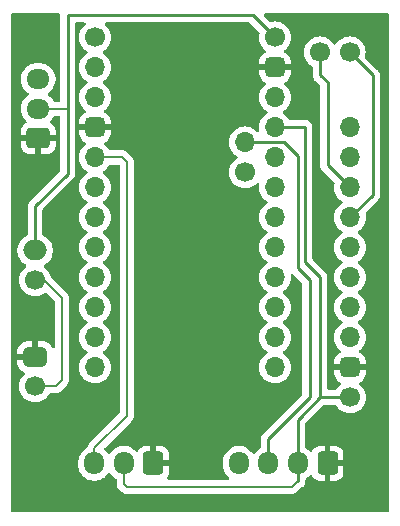
<source format=gbr>
%TF.GenerationSoftware,KiCad,Pcbnew,8.0.8*%
%TF.CreationDate,2025-02-07T21:56:42-07:00*%
%TF.ProjectId,Nitrox_Board,4e697472-6f78-45f4-926f-6172642e6b69,rev?*%
%TF.SameCoordinates,Original*%
%TF.FileFunction,Copper,L1,Top*%
%TF.FilePolarity,Positive*%
%FSLAX46Y46*%
G04 Gerber Fmt 4.6, Leading zero omitted, Abs format (unit mm)*
G04 Created by KiCad (PCBNEW 8.0.8) date 2025-02-07 21:56:42*
%MOMM*%
%LPD*%
G01*
G04 APERTURE LIST*
G04 Aperture macros list*
%AMRoundRect*
0 Rectangle with rounded corners*
0 $1 Rounding radius*
0 $2 $3 $4 $5 $6 $7 $8 $9 X,Y pos of 4 corners*
0 Add a 4 corners polygon primitive as box body*
4,1,4,$2,$3,$4,$5,$6,$7,$8,$9,$2,$3,0*
0 Add four circle primitives for the rounded corners*
1,1,$1+$1,$2,$3*
1,1,$1+$1,$4,$5*
1,1,$1+$1,$6,$7*
1,1,$1+$1,$8,$9*
0 Add four rect primitives between the rounded corners*
20,1,$1+$1,$2,$3,$4,$5,0*
20,1,$1+$1,$4,$5,$6,$7,0*
20,1,$1+$1,$6,$7,$8,$9,0*
20,1,$1+$1,$8,$9,$2,$3,0*%
G04 Aperture macros list end*
%TA.AperFunction,ComponentPad*%
%ADD10RoundRect,0.250000X0.600000X0.725000X-0.600000X0.725000X-0.600000X-0.725000X0.600000X-0.725000X0*%
%TD*%
%TA.AperFunction,ComponentPad*%
%ADD11O,1.700000X1.950000*%
%TD*%
%TA.AperFunction,ComponentPad*%
%ADD12C,1.700000*%
%TD*%
%TA.AperFunction,ComponentPad*%
%ADD13O,1.700000X1.700000*%
%TD*%
%TA.AperFunction,ComponentPad*%
%ADD14RoundRect,0.425000X-0.425000X-0.425000X0.425000X-0.425000X0.425000X0.425000X-0.425000X0.425000X0*%
%TD*%
%TA.AperFunction,ComponentPad*%
%ADD15O,2.000000X1.700000*%
%TD*%
%TA.AperFunction,ComponentPad*%
%ADD16RoundRect,0.425000X0.575000X-0.425000X0.575000X0.425000X-0.575000X0.425000X-0.575000X-0.425000X0*%
%TD*%
%TA.AperFunction,ComponentPad*%
%ADD17RoundRect,0.250000X0.725000X-0.600000X0.725000X0.600000X-0.725000X0.600000X-0.725000X-0.600000X0*%
%TD*%
%TA.AperFunction,ComponentPad*%
%ADD18O,1.950000X1.700000*%
%TD*%
%TA.AperFunction,Conductor*%
%ADD19C,0.250000*%
%TD*%
%TA.AperFunction,Conductor*%
%ADD20C,0.200000*%
%TD*%
G04 APERTURE END LIST*
D10*
%TO.P,DISP1,1,Pin_1*%
%TO.N,GND*%
X167000000Y-97025000D03*
D11*
%TO.P,DISP1,2,Pin_2*%
%TO.N,VCC*%
X164500000Y-97025000D03*
%TO.P,DISP1,3,Pin_3*%
%TO.N,SCL*%
X162000000Y-97025000D03*
%TO.P,DISP1,4,Pin_4*%
%TO.N,SDA*%
X159500000Y-97025000D03*
%TD*%
D12*
%TO.P,i2c,1,Pin_1*%
%TO.N,SDA*%
X160020000Y-72390000D03*
D13*
%TO.P,i2c,2,Pin_2*%
%TO.N,SCL*%
X160020000Y-69850000D03*
%TD*%
D12*
%TO.P,Pro Mini,1,Pin_1*%
%TO.N,unconnected-(ProMini1-Pin_1-Pad1)*%
X147320000Y-60960000D03*
D13*
%TO.P,Pro Mini,2,Pin_2*%
%TO.N,unconnected-(ProMini1-Pin_2-Pad2)*%
X147320000Y-63500000D03*
%TO.P,Pro Mini,3,Pin_3*%
%TO.N,unconnected-(ProMini1-Pin_3-Pad3)*%
X147320000Y-66040000D03*
D14*
%TO.P,Pro Mini,4,Pin_4*%
%TO.N,GND*%
X147320000Y-68580000D03*
D13*
%TO.P,Pro Mini,5,Pin_5*%
%TO.N,Net-(Button1-Pin_1)*%
X147320000Y-71120000D03*
%TO.P,Pro Mini,6,Pin_6*%
%TO.N,unconnected-(ProMini1-Pin_6-Pad6)*%
X147320000Y-73660000D03*
%TO.P,Pro Mini,7,Pin_7*%
%TO.N,unconnected-(ProMini1-Pin_7-Pad7)*%
X147320000Y-76200000D03*
%TO.P,Pro Mini,8,Pin_8*%
%TO.N,unconnected-(ProMini1-Pin_8-Pad8)*%
X147320000Y-78740000D03*
%TO.P,Pro Mini,9,Pin_9*%
%TO.N,unconnected-(ProMini1-Pin_9-Pad9)*%
X147320000Y-81280000D03*
%TO.P,Pro Mini,10,Pin_10*%
%TO.N,unconnected-(ProMini1-Pin_10-Pad10)*%
X147320000Y-83820000D03*
%TO.P,Pro Mini,11,Pin_11*%
%TO.N,unconnected-(ProMini1-Pin_11-Pad11)*%
X147320000Y-86360000D03*
%TO.P,Pro Mini,12,Pin_12*%
%TO.N,unconnected-(ProMini1-Pin_12-Pad12)*%
X147320000Y-88900000D03*
%TD*%
D12*
%TO.P,SWTCH1,1,Pin_1*%
%TO.N,Net-(BAT1-Pin_1)*%
X142240000Y-81500000D03*
D15*
%TO.P,SWTCH1,2,Pin_2*%
%TO.N,Net-(ProMini2-Pin_1)*%
X142240000Y-79000000D03*
%TD*%
D10*
%TO.P,Button1,1,Pin_1*%
%TO.N,GND*%
X152250000Y-97025000D03*
D11*
%TO.P,Button1,2,Pin_2*%
%TO.N,VCC*%
X149750000Y-97025000D03*
%TO.P,Button1,3,Pin_3*%
%TO.N,Net-(Button1-Pin_1)*%
X147250000Y-97025000D03*
%TD*%
D12*
%TO.P,BAT1,1,Pin_1*%
%TO.N,Net-(BAT1-Pin_1)*%
X142240000Y-90500000D03*
D16*
%TO.P,BAT1,2,Pin_2*%
%TO.N,GND*%
X142240000Y-88000000D03*
%TD*%
D17*
%TO.P,COSENS,1,Pin_1*%
%TO.N,GND*%
X142500000Y-69500000D03*
D18*
%TO.P,COSENS,2,Pin_2*%
%TO.N,Net-(ProMini2-Pin_1)*%
X142500000Y-67000000D03*
%TO.P,COSENS,3,Pin_3*%
%TO.N,unconnected-(ADS1115-Pin_9-Pad9)*%
X142500000Y-64500000D03*
%TD*%
D12*
%TO.P,ProMini2,1,Pin_1*%
%TO.N,Net-(ProMini2-Pin_1)*%
X162560000Y-60960000D03*
D14*
%TO.P,ProMini2,2,Pin_2*%
%TO.N,GND*%
X162560000Y-63500000D03*
D13*
%TO.P,ProMini2,3,Pin_3*%
%TO.N,unconnected-(ProMini2-Pin_3-Pad3)*%
X162560000Y-66040000D03*
%TO.P,ProMini2,4,Pin_4*%
%TO.N,VCC*%
X162560000Y-68580000D03*
%TO.P,ProMini2,5,Pin_5*%
%TO.N,unconnected-(ProMini2-Pin_5-Pad5)*%
X162560000Y-71120000D03*
%TO.P,ProMini2,6,Pin_6*%
%TO.N,unconnected-(ProMini2-Pin_6-Pad6)*%
X162560000Y-73660000D03*
%TO.P,ProMini2,7,Pin_7*%
%TO.N,unconnected-(ProMini2-Pin_7-Pad7)*%
X162560000Y-76200000D03*
%TO.P,ProMini2,8,Pin_8*%
%TO.N,unconnected-(ProMini2-Pin_8-Pad8)*%
X162560000Y-78740000D03*
%TO.P,ProMini2,9,Pin_9*%
%TO.N,unconnected-(ProMini2-Pin_9-Pad9)*%
X162560000Y-81280000D03*
%TO.P,ProMini2,10,Pin_10*%
%TO.N,unconnected-(ProMini2-Pin_10-Pad10)*%
X162560000Y-83820000D03*
%TO.P,ProMini2,11,Pin_11*%
%TO.N,unconnected-(ProMini2-Pin_11-Pad11)*%
X162560000Y-86360000D03*
%TO.P,ProMini2,12,Pin_12*%
%TO.N,unconnected-(ProMini2-Pin_12-Pad12)*%
X162560000Y-88900000D03*
%TD*%
D12*
%TO.P,O2 Sensor,1,Pin_1*%
%TO.N,Net-(ADS1115-Pin_7)*%
X168870000Y-62230000D03*
%TO.P,O2 Sensor,2,Pin_2*%
%TO.N,Net-(ADS1115-Pin_8)*%
X166370000Y-62230000D03*
%TD*%
%TO.P,ADS1115,1,Pin_1*%
%TO.N,VCC*%
X168910000Y-91440000D03*
D14*
%TO.P,ADS1115,2,Pin_2*%
%TO.N,GND*%
X168910000Y-88900000D03*
D13*
%TO.P,ADS1115,3,Pin_3*%
%TO.N,SCL*%
X168910000Y-86360000D03*
%TO.P,ADS1115,4,Pin_4*%
%TO.N,SDA*%
X168910000Y-83820000D03*
%TO.P,ADS1115,5,Pin_5*%
%TO.N,unconnected-(ADS1115-Pin_5-Pad5)*%
X168910000Y-81280000D03*
%TO.P,ADS1115,6,Pin_6*%
%TO.N,unconnected-(ADS1115-Pin_6-Pad6)*%
X168910000Y-78740000D03*
%TO.P,ADS1115,7,Pin_7*%
%TO.N,Net-(ADS1115-Pin_7)*%
X168910000Y-76200000D03*
%TO.P,ADS1115,8,Pin_8*%
%TO.N,Net-(ADS1115-Pin_8)*%
X168910000Y-73660000D03*
%TO.P,ADS1115,9,Pin_9*%
%TO.N,unconnected-(ADS1115-Pin_9-Pad9)*%
X168910000Y-71120000D03*
%TO.P,ADS1115,10,Pin_10*%
%TO.N,unconnected-(ADS1115-Pin_10-Pad10)*%
X168910000Y-68580000D03*
%TD*%
D19*
%TO.N,VCC*%
X166370000Y-81280000D02*
X166370000Y-91440000D01*
D20*
X150000000Y-99000000D02*
X164000000Y-99000000D01*
D19*
X162560000Y-68580000D02*
X165100000Y-68580000D01*
D20*
X149750000Y-96525000D02*
X149750000Y-98750000D01*
D19*
X164500000Y-96500000D02*
X164500000Y-98500000D01*
X168910000Y-91440000D02*
X166370000Y-91440000D01*
X165100000Y-68580000D02*
X165100000Y-80010000D01*
X166370000Y-91440000D02*
X164655000Y-93155000D01*
X165100000Y-80010000D02*
X166370000Y-81280000D01*
D20*
X149750000Y-98750000D02*
X150000000Y-99000000D01*
X164000000Y-99000000D02*
X164500000Y-98500000D01*
D19*
X164655000Y-93155000D02*
X164500000Y-93310000D01*
X164500000Y-93310000D02*
X164500000Y-96500000D01*
%TO.N,SCL*%
X163350000Y-69850000D02*
X164500000Y-71000000D01*
X164500000Y-80500000D02*
X165500000Y-81500000D01*
X160020000Y-69850000D02*
X163350000Y-69850000D01*
X164500000Y-71000000D02*
X164500000Y-80500000D01*
X162000000Y-94920000D02*
X162000000Y-97025000D01*
X165500000Y-91420000D02*
X162000000Y-94920000D01*
X165500000Y-81500000D02*
X165500000Y-91420000D01*
%TO.N,Net-(ADS1115-Pin_7)*%
X170815000Y-74295000D02*
X170815000Y-64175000D01*
X170815000Y-64175000D02*
X168870000Y-62230000D01*
X168910000Y-76200000D02*
X170815000Y-74295000D01*
%TO.N,Net-(ADS1115-Pin_8)*%
X166370000Y-64135000D02*
X167005000Y-64770000D01*
X167005000Y-64770000D02*
X167005000Y-71755000D01*
X166370000Y-62230000D02*
X166370000Y-64135000D01*
X168910000Y-73660000D02*
X167005000Y-71755000D01*
D20*
%TO.N,Net-(BAT1-Pin_1)*%
X144000000Y-90500000D02*
X144500000Y-90000000D01*
X143000000Y-81500000D02*
X142240000Y-81500000D01*
X144500000Y-83000000D02*
X143000000Y-81500000D01*
X144500000Y-90000000D02*
X144500000Y-83000000D01*
X142240000Y-90500000D02*
X144000000Y-90500000D01*
%TO.N,Net-(Button1-Pin_1)*%
X150000000Y-71500000D02*
X149620000Y-71120000D01*
X150000000Y-93000000D02*
X150000000Y-71500000D01*
X149620000Y-71120000D02*
X147320000Y-71120000D01*
X147250000Y-95750000D02*
X150000000Y-93000000D01*
X147250000Y-96525000D02*
X147250000Y-95750000D01*
D19*
%TO.N,Net-(ProMini2-Pin_1)*%
X145000000Y-72500000D02*
X142240000Y-75260000D01*
D20*
X142500000Y-67000000D02*
X145000000Y-67000000D01*
D19*
X162560000Y-60960000D02*
X160655000Y-59055000D01*
X160655000Y-59055000D02*
X145000000Y-59055000D01*
X145000000Y-67000000D02*
X145000000Y-72500000D01*
X142240000Y-75260000D02*
X142240000Y-79000000D01*
X145000000Y-59055000D02*
X145000000Y-67000000D01*
%TD*%
%TA.AperFunction,Conductor*%
%TO.N,GND*%
G36*
X144317539Y-58940185D02*
G01*
X144363294Y-58992989D01*
X144374500Y-59044500D01*
X144374500Y-66275500D01*
X144354815Y-66342539D01*
X144302011Y-66388294D01*
X144250500Y-66399500D01*
X143910719Y-66399500D01*
X143843680Y-66379815D01*
X143800235Y-66331795D01*
X143780052Y-66292185D01*
X143780051Y-66292184D01*
X143655109Y-66120213D01*
X143504792Y-65969896D01*
X143504784Y-65969890D01*
X143340204Y-65850316D01*
X143297540Y-65794989D01*
X143291561Y-65725376D01*
X143324166Y-65663580D01*
X143340199Y-65649686D01*
X143504792Y-65530104D01*
X143655104Y-65379792D01*
X143655106Y-65379788D01*
X143655109Y-65379786D01*
X143780048Y-65207820D01*
X143780047Y-65207820D01*
X143780051Y-65207816D01*
X143876557Y-65018412D01*
X143942246Y-64816243D01*
X143975500Y-64606287D01*
X143975500Y-64393713D01*
X143942246Y-64183757D01*
X143876557Y-63981588D01*
X143780051Y-63792184D01*
X143780049Y-63792181D01*
X143780048Y-63792179D01*
X143655109Y-63620213D01*
X143504786Y-63469890D01*
X143332820Y-63344951D01*
X143143414Y-63248444D01*
X143143413Y-63248443D01*
X143143412Y-63248443D01*
X142941243Y-63182754D01*
X142941241Y-63182753D01*
X142941240Y-63182753D01*
X142779957Y-63157208D01*
X142731287Y-63149500D01*
X142268713Y-63149500D01*
X142220042Y-63157208D01*
X142058760Y-63182753D01*
X141856585Y-63248444D01*
X141667179Y-63344951D01*
X141495213Y-63469890D01*
X141344890Y-63620213D01*
X141219951Y-63792179D01*
X141123444Y-63981585D01*
X141123443Y-63981587D01*
X141123443Y-63981588D01*
X141120793Y-63989743D01*
X141057753Y-64183760D01*
X141024500Y-64393713D01*
X141024500Y-64606286D01*
X141049811Y-64766097D01*
X141057754Y-64816243D01*
X141117950Y-65001507D01*
X141123444Y-65018414D01*
X141219951Y-65207820D01*
X141344890Y-65379786D01*
X141495209Y-65530105D01*
X141495214Y-65530109D01*
X141659793Y-65649682D01*
X141702459Y-65705011D01*
X141708438Y-65774625D01*
X141675833Y-65836420D01*
X141659793Y-65850318D01*
X141495214Y-65969890D01*
X141495209Y-65969894D01*
X141344890Y-66120213D01*
X141219951Y-66292179D01*
X141123444Y-66481585D01*
X141057753Y-66683760D01*
X141024500Y-66893713D01*
X141024500Y-67106286D01*
X141056146Y-67306094D01*
X141057754Y-67316243D01*
X141088729Y-67411575D01*
X141123444Y-67518414D01*
X141219951Y-67707820D01*
X141344890Y-67879786D01*
X141484068Y-68018964D01*
X141517553Y-68080287D01*
X141512569Y-68149979D01*
X141470697Y-68205912D01*
X141461484Y-68212183D01*
X141306659Y-68307680D01*
X141306655Y-68307683D01*
X141182684Y-68431654D01*
X141090643Y-68580875D01*
X141090641Y-68580880D01*
X141035494Y-68747302D01*
X141035493Y-68747309D01*
X141025000Y-68850013D01*
X141025000Y-69250000D01*
X142095854Y-69250000D01*
X142057370Y-69316657D01*
X142025000Y-69437465D01*
X142025000Y-69562535D01*
X142057370Y-69683343D01*
X142095854Y-69750000D01*
X141025001Y-69750000D01*
X141025001Y-70149986D01*
X141035494Y-70252697D01*
X141090641Y-70419119D01*
X141090643Y-70419124D01*
X141182684Y-70568345D01*
X141306654Y-70692315D01*
X141455875Y-70784356D01*
X141455880Y-70784358D01*
X141622302Y-70839505D01*
X141622309Y-70839506D01*
X141725019Y-70849999D01*
X142249999Y-70849999D01*
X142250000Y-70849998D01*
X142250000Y-69904145D01*
X142316657Y-69942630D01*
X142437465Y-69975000D01*
X142562535Y-69975000D01*
X142683343Y-69942630D01*
X142750000Y-69904145D01*
X142750000Y-70849999D01*
X143274972Y-70849999D01*
X143274986Y-70849998D01*
X143377697Y-70839505D01*
X143544119Y-70784358D01*
X143544124Y-70784356D01*
X143693345Y-70692315D01*
X143817315Y-70568345D01*
X143909356Y-70419124D01*
X143909358Y-70419119D01*
X143964505Y-70252697D01*
X143964506Y-70252690D01*
X143974999Y-70149986D01*
X143975000Y-70149973D01*
X143975000Y-69750000D01*
X142904146Y-69750000D01*
X142942630Y-69683343D01*
X142975000Y-69562535D01*
X142975000Y-69437465D01*
X142942630Y-69316657D01*
X142904146Y-69250000D01*
X143974999Y-69250000D01*
X143974999Y-68850028D01*
X143974998Y-68850013D01*
X143964505Y-68747302D01*
X143909358Y-68580880D01*
X143909356Y-68580875D01*
X143817315Y-68431654D01*
X143693345Y-68307684D01*
X143538515Y-68212184D01*
X143491791Y-68160236D01*
X143480568Y-68091273D01*
X143508412Y-68027191D01*
X143515909Y-68018986D01*
X143655104Y-67879792D01*
X143780051Y-67707816D01*
X143780349Y-67707230D01*
X143800235Y-67668205D01*
X143848209Y-67617409D01*
X143910719Y-67600500D01*
X144250500Y-67600500D01*
X144317539Y-67620185D01*
X144363294Y-67672989D01*
X144374500Y-67724500D01*
X144374500Y-72189547D01*
X144354815Y-72256586D01*
X144338181Y-72277228D01*
X141841269Y-74774140D01*
X141841267Y-74774142D01*
X141797705Y-74817703D01*
X141754144Y-74861264D01*
X141730624Y-74896465D01*
X141730623Y-74896465D01*
X141685690Y-74963709D01*
X141685685Y-74963718D01*
X141659903Y-75025965D01*
X141652347Y-75044207D01*
X141646823Y-75057543D01*
X141638537Y-75077545D01*
X141638535Y-75077553D01*
X141614500Y-75198389D01*
X141614500Y-77650591D01*
X141594815Y-77717630D01*
X141546795Y-77761075D01*
X141481914Y-77794133D01*
X141382179Y-77844951D01*
X141210213Y-77969890D01*
X141059890Y-78120213D01*
X140934951Y-78292179D01*
X140838444Y-78481585D01*
X140772753Y-78683760D01*
X140763846Y-78739999D01*
X140739500Y-78893713D01*
X140739500Y-79106287D01*
X140772754Y-79316243D01*
X140831081Y-79495755D01*
X140838444Y-79518414D01*
X140934951Y-79707820D01*
X141059890Y-79879786D01*
X141210213Y-80030109D01*
X141382179Y-80155048D01*
X141382181Y-80155049D01*
X141382184Y-80155051D01*
X141443765Y-80186428D01*
X141443767Y-80186429D01*
X141494563Y-80234404D01*
X141511358Y-80302225D01*
X141488821Y-80368360D01*
X141458595Y-80398489D01*
X141368597Y-80461505D01*
X141201505Y-80628597D01*
X141065965Y-80822169D01*
X141065964Y-80822171D01*
X140966098Y-81036335D01*
X140966094Y-81036344D01*
X140904938Y-81264586D01*
X140904936Y-81264596D01*
X140884341Y-81499999D01*
X140884341Y-81500000D01*
X140904936Y-81735403D01*
X140904938Y-81735413D01*
X140966094Y-81963655D01*
X140966096Y-81963659D01*
X140966097Y-81963663D01*
X141053638Y-82151395D01*
X141065965Y-82177830D01*
X141065967Y-82177834D01*
X141164458Y-82318493D01*
X141201505Y-82371401D01*
X141368599Y-82538495D01*
X141408036Y-82566109D01*
X141562165Y-82674032D01*
X141562167Y-82674033D01*
X141562170Y-82674035D01*
X141776337Y-82773903D01*
X142004592Y-82835063D01*
X142192918Y-82851539D01*
X142239999Y-82855659D01*
X142240000Y-82855659D01*
X142240001Y-82855659D01*
X142279234Y-82852226D01*
X142475408Y-82835063D01*
X142703663Y-82773903D01*
X142917830Y-82674035D01*
X143071965Y-82566108D01*
X143138169Y-82543782D01*
X143205937Y-82560792D01*
X143230768Y-82580003D01*
X143863181Y-83212416D01*
X143896666Y-83273739D01*
X143899500Y-83300097D01*
X143899500Y-87149467D01*
X143879815Y-87216506D01*
X143827011Y-87262261D01*
X143757853Y-87272205D01*
X143694297Y-87243180D01*
X143665015Y-87205762D01*
X143595042Y-87068432D01*
X143472675Y-86917324D01*
X143321567Y-86794957D01*
X143148315Y-86706682D01*
X142960497Y-86656355D01*
X142879743Y-86650000D01*
X142490000Y-86650000D01*
X142490000Y-87566988D01*
X142432993Y-87534075D01*
X142305826Y-87500000D01*
X142174174Y-87500000D01*
X142047007Y-87534075D01*
X141990000Y-87566988D01*
X141990000Y-86650000D01*
X141600256Y-86650000D01*
X141519502Y-86656355D01*
X141331684Y-86706682D01*
X141158432Y-86794957D01*
X141007324Y-86917324D01*
X140884957Y-87068432D01*
X140796682Y-87241684D01*
X140746355Y-87429502D01*
X140740000Y-87510256D01*
X140740000Y-87750000D01*
X141806988Y-87750000D01*
X141774075Y-87807007D01*
X141740000Y-87934174D01*
X141740000Y-88065826D01*
X141774075Y-88192993D01*
X141806988Y-88250000D01*
X140740000Y-88250000D01*
X140740000Y-88489743D01*
X140746355Y-88570497D01*
X140796682Y-88758315D01*
X140884957Y-88931567D01*
X141007324Y-89082675D01*
X141158432Y-89205042D01*
X141315486Y-89285065D01*
X141366282Y-89333039D01*
X141383077Y-89400860D01*
X141360540Y-89466995D01*
X141346872Y-89483231D01*
X141201505Y-89628597D01*
X141065965Y-89822169D01*
X141065964Y-89822171D01*
X140966098Y-90036335D01*
X140966094Y-90036344D01*
X140904938Y-90264586D01*
X140904936Y-90264596D01*
X140884341Y-90499999D01*
X140884341Y-90500000D01*
X140904936Y-90735403D01*
X140904938Y-90735413D01*
X140966094Y-90963655D01*
X140966096Y-90963659D01*
X140966097Y-90963663D01*
X141029906Y-91100501D01*
X141065965Y-91177830D01*
X141065967Y-91177834D01*
X141174281Y-91332521D01*
X141201505Y-91371401D01*
X141368599Y-91538495D01*
X141465384Y-91606265D01*
X141562165Y-91674032D01*
X141562167Y-91674033D01*
X141562170Y-91674035D01*
X141776337Y-91773903D01*
X142004592Y-91835063D01*
X142192918Y-91851539D01*
X142239999Y-91855659D01*
X142240000Y-91855659D01*
X142240001Y-91855659D01*
X142279234Y-91852226D01*
X142475408Y-91835063D01*
X142703663Y-91773903D01*
X142917830Y-91674035D01*
X143111401Y-91538495D01*
X143278495Y-91371401D01*
X143414035Y-91177830D01*
X143416707Y-91172097D01*
X143462878Y-91119658D01*
X143529091Y-91100500D01*
X143913331Y-91100500D01*
X143913347Y-91100501D01*
X143920943Y-91100501D01*
X144079054Y-91100501D01*
X144079057Y-91100501D01*
X144231785Y-91059577D01*
X144298139Y-91021267D01*
X144368716Y-90980520D01*
X144480520Y-90868716D01*
X144480521Y-90868714D01*
X144980520Y-90368716D01*
X145059577Y-90231784D01*
X145100501Y-90079057D01*
X145100501Y-89920942D01*
X145100501Y-89913347D01*
X145100500Y-89913329D01*
X145100500Y-82920945D01*
X145100500Y-82920943D01*
X145059577Y-82768216D01*
X145005202Y-82674035D01*
X144980524Y-82631290D01*
X144980521Y-82631286D01*
X144980520Y-82631284D01*
X144868716Y-82519480D01*
X144868715Y-82519479D01*
X144864385Y-82515149D01*
X144864374Y-82515139D01*
X143584368Y-81235133D01*
X143552274Y-81179544D01*
X143513906Y-81036346D01*
X143513904Y-81036342D01*
X143513903Y-81036337D01*
X143414035Y-80822171D01*
X143395911Y-80796286D01*
X143278494Y-80628597D01*
X143111402Y-80461506D01*
X143111393Y-80461499D01*
X143021404Y-80398487D01*
X142977779Y-80343910D01*
X142970587Y-80274412D01*
X143002109Y-80212057D01*
X143036231Y-80186429D01*
X143097816Y-80155051D01*
X143180669Y-80094855D01*
X143269786Y-80030109D01*
X143269788Y-80030106D01*
X143269792Y-80030104D01*
X143420104Y-79879792D01*
X143420106Y-79879788D01*
X143420109Y-79879786D01*
X143545048Y-79707820D01*
X143545047Y-79707820D01*
X143545051Y-79707816D01*
X143641557Y-79518412D01*
X143707246Y-79316243D01*
X143740500Y-79106287D01*
X143740500Y-78893713D01*
X143707246Y-78683757D01*
X143641557Y-78481588D01*
X143545051Y-78292184D01*
X143545049Y-78292181D01*
X143545048Y-78292179D01*
X143420109Y-78120213D01*
X143269786Y-77969890D01*
X143097820Y-77844951D01*
X143081916Y-77836847D01*
X142933204Y-77761075D01*
X142882409Y-77713102D01*
X142865500Y-77650591D01*
X142865500Y-75570452D01*
X142885185Y-75503413D01*
X142901819Y-75482771D01*
X145485854Y-72898737D01*
X145485857Y-72898734D01*
X145496230Y-72883210D01*
X145554311Y-72796286D01*
X145601463Y-72682452D01*
X145625500Y-72561607D01*
X145625500Y-72438394D01*
X145625500Y-66938394D01*
X145625500Y-59804500D01*
X145645185Y-59737461D01*
X145697989Y-59691706D01*
X145749500Y-59680500D01*
X146399512Y-59680500D01*
X146466551Y-59700185D01*
X146512306Y-59752989D01*
X146522250Y-59822147D01*
X146493225Y-59885703D01*
X146470635Y-59906075D01*
X146448596Y-59921506D01*
X146281505Y-60088597D01*
X146145965Y-60282169D01*
X146145964Y-60282171D01*
X146046098Y-60496335D01*
X146046094Y-60496344D01*
X145984938Y-60724586D01*
X145984936Y-60724596D01*
X145964341Y-60959999D01*
X145964341Y-60960000D01*
X145984936Y-61195403D01*
X145984938Y-61195413D01*
X146046094Y-61423655D01*
X146046096Y-61423659D01*
X146046097Y-61423663D01*
X146112663Y-61566414D01*
X146145965Y-61637830D01*
X146145967Y-61637834D01*
X146281501Y-61831395D01*
X146281506Y-61831402D01*
X146448597Y-61998493D01*
X146448603Y-61998498D01*
X146634158Y-62128425D01*
X146677783Y-62183002D01*
X146684977Y-62252500D01*
X146653454Y-62314855D01*
X146634158Y-62331575D01*
X146448597Y-62461505D01*
X146281505Y-62628597D01*
X146145965Y-62822169D01*
X146145964Y-62822171D01*
X146046098Y-63036335D01*
X146046094Y-63036344D01*
X145984938Y-63264586D01*
X145984936Y-63264596D01*
X145964341Y-63499999D01*
X145964341Y-63500000D01*
X145984936Y-63735403D01*
X145984938Y-63735413D01*
X146046094Y-63963655D01*
X146046096Y-63963659D01*
X146046097Y-63963663D01*
X146115918Y-64113394D01*
X146145965Y-64177830D01*
X146145967Y-64177834D01*
X146220406Y-64284143D01*
X146281408Y-64371263D01*
X146281501Y-64371395D01*
X146281506Y-64371402D01*
X146448597Y-64538493D01*
X146448603Y-64538498D01*
X146634158Y-64668425D01*
X146677783Y-64723002D01*
X146684977Y-64792500D01*
X146653454Y-64854855D01*
X146634158Y-64871575D01*
X146448597Y-65001505D01*
X146281505Y-65168597D01*
X146145965Y-65362169D01*
X146145964Y-65362171D01*
X146046098Y-65576335D01*
X146046094Y-65576344D01*
X145984938Y-65804586D01*
X145984936Y-65804596D01*
X145964341Y-66039999D01*
X145964341Y-66040000D01*
X145984936Y-66275403D01*
X145984938Y-66275413D01*
X146046094Y-66503655D01*
X146046096Y-66503659D01*
X146046097Y-66503663D01*
X146130078Y-66683760D01*
X146145965Y-66717830D01*
X146145967Y-66717834D01*
X146281501Y-66911395D01*
X146281506Y-66911402D01*
X146448597Y-67078493D01*
X146448603Y-67078498D01*
X146499272Y-67113977D01*
X146542897Y-67168554D01*
X146550091Y-67238052D01*
X146518568Y-67300407D01*
X146484444Y-67326037D01*
X146388432Y-67374957D01*
X146237324Y-67497324D01*
X146114957Y-67648432D01*
X146026682Y-67821684D01*
X145976355Y-68009502D01*
X145970000Y-68090256D01*
X145970000Y-68330000D01*
X146886988Y-68330000D01*
X146854075Y-68387007D01*
X146820000Y-68514174D01*
X146820000Y-68645826D01*
X146854075Y-68772993D01*
X146886988Y-68830000D01*
X145970000Y-68830000D01*
X145970000Y-69069743D01*
X145976355Y-69150497D01*
X146026682Y-69338315D01*
X146114957Y-69511567D01*
X146237324Y-69662675D01*
X146388433Y-69785043D01*
X146388435Y-69785044D01*
X146484443Y-69833962D01*
X146535239Y-69881936D01*
X146552035Y-69949757D01*
X146529498Y-70015892D01*
X146499274Y-70046021D01*
X146448595Y-70081507D01*
X146281505Y-70248597D01*
X146145965Y-70442169D01*
X146145964Y-70442171D01*
X146046098Y-70656335D01*
X146046094Y-70656344D01*
X145984938Y-70884586D01*
X145984936Y-70884596D01*
X145964341Y-71119999D01*
X145964341Y-71120000D01*
X145984936Y-71355403D01*
X145984938Y-71355413D01*
X146046094Y-71583655D01*
X146046096Y-71583659D01*
X146046097Y-71583663D01*
X146118839Y-71739658D01*
X146145965Y-71797830D01*
X146145967Y-71797834D01*
X146243724Y-71937444D01*
X146281501Y-71991396D01*
X146281506Y-71991402D01*
X146448597Y-72158493D01*
X146448603Y-72158498D01*
X146634158Y-72288425D01*
X146677783Y-72343002D01*
X146684977Y-72412500D01*
X146653454Y-72474855D01*
X146634158Y-72491575D01*
X146448597Y-72621505D01*
X146281505Y-72788597D01*
X146145965Y-72982169D01*
X146145964Y-72982171D01*
X146046098Y-73196335D01*
X146046094Y-73196344D01*
X145984938Y-73424586D01*
X145984936Y-73424596D01*
X145964341Y-73659999D01*
X145964341Y-73660000D01*
X145984936Y-73895403D01*
X145984938Y-73895413D01*
X146046094Y-74123655D01*
X146046096Y-74123659D01*
X146046097Y-74123663D01*
X146097265Y-74233393D01*
X146145965Y-74337830D01*
X146145967Y-74337834D01*
X146217564Y-74440084D01*
X146281501Y-74531396D01*
X146281506Y-74531402D01*
X146448597Y-74698493D01*
X146448603Y-74698498D01*
X146634158Y-74828425D01*
X146677783Y-74883002D01*
X146684977Y-74952500D01*
X146653454Y-75014855D01*
X146634158Y-75031575D01*
X146448597Y-75161505D01*
X146281505Y-75328597D01*
X146145965Y-75522169D01*
X146145964Y-75522171D01*
X146046098Y-75736335D01*
X146046094Y-75736344D01*
X145984938Y-75964586D01*
X145984936Y-75964596D01*
X145964341Y-76199999D01*
X145964341Y-76200000D01*
X145984936Y-76435403D01*
X145984938Y-76435413D01*
X146046094Y-76663655D01*
X146046096Y-76663659D01*
X146046097Y-76663663D01*
X146145965Y-76877830D01*
X146145967Y-76877834D01*
X146217564Y-76980084D01*
X146281501Y-77071396D01*
X146281506Y-77071402D01*
X146448597Y-77238493D01*
X146448603Y-77238498D01*
X146634158Y-77368425D01*
X146677783Y-77423002D01*
X146684977Y-77492500D01*
X146653454Y-77554855D01*
X146634158Y-77571575D01*
X146448597Y-77701505D01*
X146281505Y-77868597D01*
X146145965Y-78062169D01*
X146145964Y-78062171D01*
X146046098Y-78276335D01*
X146046094Y-78276344D01*
X145984938Y-78504586D01*
X145984936Y-78504596D01*
X145964341Y-78739999D01*
X145964341Y-78740000D01*
X145984936Y-78975403D01*
X145984938Y-78975413D01*
X146046094Y-79203655D01*
X146046096Y-79203659D01*
X146046097Y-79203663D01*
X146098592Y-79316239D01*
X146145965Y-79417830D01*
X146145967Y-79417834D01*
X146217564Y-79520084D01*
X146281501Y-79611396D01*
X146281506Y-79611402D01*
X146448597Y-79778493D01*
X146448603Y-79778498D01*
X146634158Y-79908425D01*
X146677783Y-79963002D01*
X146684977Y-80032500D01*
X146653454Y-80094855D01*
X146634158Y-80111575D01*
X146448597Y-80241505D01*
X146281505Y-80408597D01*
X146145965Y-80602169D01*
X146145964Y-80602171D01*
X146046098Y-80816335D01*
X146046094Y-80816344D01*
X145984938Y-81044586D01*
X145984936Y-81044596D01*
X145964341Y-81279999D01*
X145964341Y-81280000D01*
X145984936Y-81515403D01*
X145984938Y-81515413D01*
X146046094Y-81743655D01*
X146046096Y-81743659D01*
X146046097Y-81743663D01*
X146145965Y-81957830D01*
X146145967Y-81957834D01*
X146281501Y-82151395D01*
X146281506Y-82151402D01*
X146448597Y-82318493D01*
X146448603Y-82318498D01*
X146634158Y-82448425D01*
X146677783Y-82503002D01*
X146684977Y-82572500D01*
X146653454Y-82634855D01*
X146634158Y-82651575D01*
X146448597Y-82781505D01*
X146281505Y-82948597D01*
X146145965Y-83142169D01*
X146145964Y-83142171D01*
X146046098Y-83356335D01*
X146046094Y-83356344D01*
X145984938Y-83584586D01*
X145984936Y-83584596D01*
X145964341Y-83819999D01*
X145964341Y-83820000D01*
X145984936Y-84055403D01*
X145984938Y-84055413D01*
X146046094Y-84283655D01*
X146046096Y-84283659D01*
X146046097Y-84283663D01*
X146145965Y-84497830D01*
X146145967Y-84497834D01*
X146281501Y-84691395D01*
X146281506Y-84691402D01*
X146448597Y-84858493D01*
X146448603Y-84858498D01*
X146634158Y-84988425D01*
X146677783Y-85043002D01*
X146684977Y-85112500D01*
X146653454Y-85174855D01*
X146634158Y-85191575D01*
X146448597Y-85321505D01*
X146281505Y-85488597D01*
X146145965Y-85682169D01*
X146145964Y-85682171D01*
X146046098Y-85896335D01*
X146046094Y-85896344D01*
X145984938Y-86124586D01*
X145984936Y-86124596D01*
X145964341Y-86359999D01*
X145964341Y-86360000D01*
X145984936Y-86595403D01*
X145984938Y-86595413D01*
X146046094Y-86823655D01*
X146046096Y-86823659D01*
X146046097Y-86823663D01*
X146089772Y-86917324D01*
X146145965Y-87037830D01*
X146145967Y-87037834D01*
X146224134Y-87149467D01*
X146271075Y-87216506D01*
X146281501Y-87231395D01*
X146281506Y-87231402D01*
X146448597Y-87398493D01*
X146448603Y-87398498D01*
X146634158Y-87528425D01*
X146677783Y-87583002D01*
X146684977Y-87652500D01*
X146653454Y-87714855D01*
X146634158Y-87731575D01*
X146448597Y-87861505D01*
X146281505Y-88028597D01*
X146145965Y-88222169D01*
X146145964Y-88222171D01*
X146046098Y-88436335D01*
X146046094Y-88436344D01*
X145984938Y-88664586D01*
X145984936Y-88664596D01*
X145964341Y-88899999D01*
X145964341Y-88900000D01*
X145984936Y-89135403D01*
X145984938Y-89135413D01*
X146046094Y-89363655D01*
X146046096Y-89363659D01*
X146046097Y-89363663D01*
X146073258Y-89421909D01*
X146145965Y-89577830D01*
X146145967Y-89577834D01*
X146202321Y-89658315D01*
X146281505Y-89771401D01*
X146448599Y-89938495D01*
X146511695Y-89982675D01*
X146642165Y-90074032D01*
X146642167Y-90074033D01*
X146642170Y-90074035D01*
X146856337Y-90173903D01*
X147084592Y-90235063D01*
X147272918Y-90251539D01*
X147319999Y-90255659D01*
X147320000Y-90255659D01*
X147320001Y-90255659D01*
X147359234Y-90252226D01*
X147555408Y-90235063D01*
X147783663Y-90173903D01*
X147997830Y-90074035D01*
X148191401Y-89938495D01*
X148358495Y-89771401D01*
X148494035Y-89577830D01*
X148593903Y-89363663D01*
X148655063Y-89135408D01*
X148675659Y-88900000D01*
X148655063Y-88664592D01*
X148593903Y-88436337D01*
X148494035Y-88222171D01*
X148473605Y-88192993D01*
X148358494Y-88028597D01*
X148191402Y-87861506D01*
X148191396Y-87861501D01*
X148005842Y-87731575D01*
X147962217Y-87676998D01*
X147955023Y-87607500D01*
X147986546Y-87545145D01*
X148005842Y-87528425D01*
X148046437Y-87500000D01*
X148191401Y-87398495D01*
X148358495Y-87231401D01*
X148494035Y-87037830D01*
X148593903Y-86823663D01*
X148655063Y-86595408D01*
X148675659Y-86360000D01*
X148655063Y-86124592D01*
X148593903Y-85896337D01*
X148494035Y-85682171D01*
X148358495Y-85488599D01*
X148358494Y-85488597D01*
X148191402Y-85321506D01*
X148191396Y-85321501D01*
X148005842Y-85191575D01*
X147962217Y-85136998D01*
X147955023Y-85067500D01*
X147986546Y-85005145D01*
X148005842Y-84988425D01*
X148028026Y-84972891D01*
X148191401Y-84858495D01*
X148358495Y-84691401D01*
X148494035Y-84497830D01*
X148593903Y-84283663D01*
X148655063Y-84055408D01*
X148675659Y-83820000D01*
X148655063Y-83584592D01*
X148593903Y-83356337D01*
X148494035Y-83142171D01*
X148358495Y-82948599D01*
X148358494Y-82948597D01*
X148191402Y-82781506D01*
X148191396Y-82781501D01*
X148005842Y-82651575D01*
X147962217Y-82596998D01*
X147955023Y-82527500D01*
X147986546Y-82465145D01*
X148005842Y-82448425D01*
X148115852Y-82371395D01*
X148191401Y-82318495D01*
X148358495Y-82151401D01*
X148494035Y-81957830D01*
X148593903Y-81743663D01*
X148655063Y-81515408D01*
X148675659Y-81280000D01*
X148655063Y-81044592D01*
X148593903Y-80816337D01*
X148494035Y-80602171D01*
X148445066Y-80532235D01*
X148358494Y-80408597D01*
X148191402Y-80241506D01*
X148191396Y-80241501D01*
X148005842Y-80111575D01*
X147962217Y-80056998D01*
X147955023Y-79987500D01*
X147986546Y-79925145D01*
X148005842Y-79908425D01*
X148046743Y-79879786D01*
X148191401Y-79778495D01*
X148358495Y-79611401D01*
X148494035Y-79417830D01*
X148593903Y-79203663D01*
X148655063Y-78975408D01*
X148675659Y-78740000D01*
X148655063Y-78504592D01*
X148593903Y-78276337D01*
X148494035Y-78062171D01*
X148445066Y-77992235D01*
X148358494Y-77868597D01*
X148191402Y-77701506D01*
X148191396Y-77701501D01*
X148005842Y-77571575D01*
X147962217Y-77516998D01*
X147955023Y-77447500D01*
X147986546Y-77385145D01*
X148005842Y-77368425D01*
X148028026Y-77352891D01*
X148191401Y-77238495D01*
X148358495Y-77071401D01*
X148494035Y-76877830D01*
X148593903Y-76663663D01*
X148655063Y-76435408D01*
X148675659Y-76200000D01*
X148655063Y-75964592D01*
X148593903Y-75736337D01*
X148494035Y-75522171D01*
X148445066Y-75452235D01*
X148358494Y-75328597D01*
X148191402Y-75161506D01*
X148191396Y-75161501D01*
X148005842Y-75031575D01*
X147962217Y-74976998D01*
X147955023Y-74907500D01*
X147986546Y-74845145D01*
X148005842Y-74828425D01*
X148063685Y-74787923D01*
X148191401Y-74698495D01*
X148358495Y-74531401D01*
X148494035Y-74337830D01*
X148593903Y-74123663D01*
X148655063Y-73895408D01*
X148675659Y-73660000D01*
X148655063Y-73424592D01*
X148593903Y-73196337D01*
X148494035Y-72982171D01*
X148445066Y-72912235D01*
X148358494Y-72788597D01*
X148191402Y-72621506D01*
X148191396Y-72621501D01*
X148005842Y-72491575D01*
X147962217Y-72436998D01*
X147955023Y-72367500D01*
X147986546Y-72305145D01*
X148005842Y-72288425D01*
X148073702Y-72240909D01*
X148191401Y-72158495D01*
X148358495Y-71991401D01*
X148494035Y-71797830D01*
X148496707Y-71792097D01*
X148542878Y-71739658D01*
X148609091Y-71720500D01*
X149275500Y-71720500D01*
X149342539Y-71740185D01*
X149388294Y-71792989D01*
X149399500Y-71844500D01*
X149399500Y-92699902D01*
X149379815Y-92766941D01*
X149363181Y-92787583D01*
X146769481Y-95381282D01*
X146769479Y-95381285D01*
X146719361Y-95468094D01*
X146719359Y-95468096D01*
X146690425Y-95518209D01*
X146690423Y-95518213D01*
X146690423Y-95518215D01*
X146664317Y-95615643D01*
X146657791Y-95639998D01*
X146621425Y-95699658D01*
X146594313Y-95718387D01*
X146542180Y-95744950D01*
X146370213Y-95869890D01*
X146219890Y-96020213D01*
X146094951Y-96192179D01*
X145998444Y-96381585D01*
X145932753Y-96583760D01*
X145923069Y-96644905D01*
X145899500Y-96793713D01*
X145899500Y-97256287D01*
X145932754Y-97466243D01*
X145943722Y-97500000D01*
X145998444Y-97668414D01*
X146094951Y-97857820D01*
X146219890Y-98029786D01*
X146370213Y-98180109D01*
X146542179Y-98305048D01*
X146542181Y-98305049D01*
X146542184Y-98305051D01*
X146731588Y-98401557D01*
X146933757Y-98467246D01*
X147143713Y-98500500D01*
X147143714Y-98500500D01*
X147356286Y-98500500D01*
X147356287Y-98500500D01*
X147566243Y-98467246D01*
X147768412Y-98401557D01*
X147957816Y-98305051D01*
X148047733Y-98239723D01*
X148129786Y-98180109D01*
X148129788Y-98180106D01*
X148129792Y-98180104D01*
X148280104Y-98029792D01*
X148399683Y-97865204D01*
X148455011Y-97822540D01*
X148524624Y-97816561D01*
X148586420Y-97849166D01*
X148600313Y-97865199D01*
X148627552Y-97902690D01*
X148719896Y-98029792D01*
X148870213Y-98180109D01*
X149042184Y-98305051D01*
X149042184Y-98305052D01*
X149081793Y-98325233D01*
X149132590Y-98373206D01*
X149149500Y-98435718D01*
X149149500Y-98663330D01*
X149149499Y-98663348D01*
X149149499Y-98829054D01*
X149149498Y-98829054D01*
X149190424Y-98981788D01*
X149192772Y-98985853D01*
X149192780Y-98985867D01*
X149269477Y-99118712D01*
X149269481Y-99118717D01*
X149388349Y-99237585D01*
X149388355Y-99237590D01*
X149515139Y-99364374D01*
X149515149Y-99364385D01*
X149519479Y-99368715D01*
X149519480Y-99368716D01*
X149631284Y-99480520D01*
X149631286Y-99480521D01*
X149631290Y-99480524D01*
X149768209Y-99559573D01*
X149768216Y-99559577D01*
X149880019Y-99589534D01*
X149920942Y-99600500D01*
X149920943Y-99600500D01*
X163913331Y-99600500D01*
X163913347Y-99600501D01*
X163920943Y-99600501D01*
X164079054Y-99600501D01*
X164079057Y-99600501D01*
X164231785Y-99559577D01*
X164281904Y-99530639D01*
X164368716Y-99480520D01*
X164480520Y-99368716D01*
X164480521Y-99368714D01*
X164783547Y-99065687D01*
X164802333Y-99050271D01*
X164858809Y-99012533D01*
X164898733Y-98985858D01*
X164898735Y-98985855D01*
X164898739Y-98985853D01*
X164985855Y-98898736D01*
X164985858Y-98898733D01*
X165054311Y-98796286D01*
X165101463Y-98682452D01*
X165125500Y-98561606D01*
X165125500Y-98422980D01*
X165145185Y-98355941D01*
X165193208Y-98312494D01*
X165207818Y-98305050D01*
X165379784Y-98180110D01*
X165379784Y-98180109D01*
X165379792Y-98180104D01*
X165518967Y-98040928D01*
X165580286Y-98007446D01*
X165649978Y-98012430D01*
X165705912Y-98054301D01*
X165712184Y-98063515D01*
X165807684Y-98218345D01*
X165931654Y-98342315D01*
X166080875Y-98434356D01*
X166080880Y-98434358D01*
X166247302Y-98489505D01*
X166247309Y-98489506D01*
X166350019Y-98499999D01*
X166749999Y-98499999D01*
X166750000Y-98499998D01*
X166750000Y-97429145D01*
X166816657Y-97467630D01*
X166937465Y-97500000D01*
X167062535Y-97500000D01*
X167183343Y-97467630D01*
X167250000Y-97429145D01*
X167250000Y-98499999D01*
X167649972Y-98499999D01*
X167649986Y-98499998D01*
X167752697Y-98489505D01*
X167919119Y-98434358D01*
X167919124Y-98434356D01*
X168068345Y-98342315D01*
X168192315Y-98218345D01*
X168284356Y-98069124D01*
X168284358Y-98069119D01*
X168339505Y-97902697D01*
X168339506Y-97902690D01*
X168349999Y-97799986D01*
X168350000Y-97799973D01*
X168350000Y-97275000D01*
X167404146Y-97275000D01*
X167442630Y-97208343D01*
X167475000Y-97087535D01*
X167475000Y-96962465D01*
X167442630Y-96841657D01*
X167404146Y-96775000D01*
X168349999Y-96775000D01*
X168349999Y-96250028D01*
X168349998Y-96250013D01*
X168339505Y-96147302D01*
X168284358Y-95980880D01*
X168284356Y-95980875D01*
X168192315Y-95831654D01*
X168068345Y-95707684D01*
X167919124Y-95615643D01*
X167919119Y-95615641D01*
X167752697Y-95560494D01*
X167752690Y-95560493D01*
X167649986Y-95550000D01*
X167250000Y-95550000D01*
X167250000Y-96620854D01*
X167183343Y-96582370D01*
X167062535Y-96550000D01*
X166937465Y-96550000D01*
X166816657Y-96582370D01*
X166750000Y-96620854D01*
X166750000Y-95550000D01*
X166350028Y-95550000D01*
X166350012Y-95550001D01*
X166247302Y-95560494D01*
X166080880Y-95615641D01*
X166080875Y-95615643D01*
X165931654Y-95707684D01*
X165807683Y-95831655D01*
X165807680Y-95831659D01*
X165712183Y-95986484D01*
X165660235Y-96033209D01*
X165591273Y-96044430D01*
X165527191Y-96016587D01*
X165518964Y-96009068D01*
X165379786Y-95869890D01*
X165207819Y-95744950D01*
X165193203Y-95737503D01*
X165142408Y-95689527D01*
X165125500Y-95627019D01*
X165125500Y-93620452D01*
X165145185Y-93553413D01*
X165161819Y-93532771D01*
X166592771Y-92101819D01*
X166654094Y-92068334D01*
X166680452Y-92065500D01*
X167634773Y-92065500D01*
X167701812Y-92085185D01*
X167736348Y-92118377D01*
X167871500Y-92311395D01*
X167871505Y-92311401D01*
X168038599Y-92478495D01*
X168135384Y-92546265D01*
X168232165Y-92614032D01*
X168232167Y-92614033D01*
X168232170Y-92614035D01*
X168446337Y-92713903D01*
X168674592Y-92775063D01*
X168862918Y-92791539D01*
X168909999Y-92795659D01*
X168910000Y-92795659D01*
X168910001Y-92795659D01*
X168949234Y-92792226D01*
X169145408Y-92775063D01*
X169373663Y-92713903D01*
X169587830Y-92614035D01*
X169781401Y-92478495D01*
X169948495Y-92311401D01*
X170084035Y-92117830D01*
X170183903Y-91903663D01*
X170245063Y-91675408D01*
X170265659Y-91440000D01*
X170245063Y-91204592D01*
X170183903Y-90976337D01*
X170084035Y-90762171D01*
X170083652Y-90761623D01*
X169948494Y-90568597D01*
X169781402Y-90401506D01*
X169781401Y-90401505D01*
X169730725Y-90366021D01*
X169687101Y-90311445D01*
X169679909Y-90241946D01*
X169711431Y-90179592D01*
X169745556Y-90153962D01*
X169841565Y-90105044D01*
X169841566Y-90105043D01*
X169992675Y-89982675D01*
X170115042Y-89831567D01*
X170203317Y-89658315D01*
X170253644Y-89470497D01*
X170259999Y-89389743D01*
X170260000Y-89389730D01*
X170260000Y-89150000D01*
X169343012Y-89150000D01*
X169375925Y-89092993D01*
X169410000Y-88965826D01*
X169410000Y-88834174D01*
X169375925Y-88707007D01*
X169343012Y-88650000D01*
X170260000Y-88650000D01*
X170260000Y-88410269D01*
X170259999Y-88410256D01*
X170253644Y-88329502D01*
X170203317Y-88141684D01*
X170115042Y-87968432D01*
X169992675Y-87817324D01*
X169841567Y-87694957D01*
X169745555Y-87646037D01*
X169694759Y-87598063D01*
X169677964Y-87530242D01*
X169700501Y-87464107D01*
X169730727Y-87433977D01*
X169737118Y-87429502D01*
X169781401Y-87398495D01*
X169948495Y-87231401D01*
X170084035Y-87037830D01*
X170183903Y-86823663D01*
X170245063Y-86595408D01*
X170265659Y-86360000D01*
X170245063Y-86124592D01*
X170183903Y-85896337D01*
X170084035Y-85682171D01*
X169948495Y-85488599D01*
X169948494Y-85488597D01*
X169781402Y-85321506D01*
X169781396Y-85321501D01*
X169595842Y-85191575D01*
X169552217Y-85136998D01*
X169545023Y-85067500D01*
X169576546Y-85005145D01*
X169595842Y-84988425D01*
X169618026Y-84972891D01*
X169781401Y-84858495D01*
X169948495Y-84691401D01*
X170084035Y-84497830D01*
X170183903Y-84283663D01*
X170245063Y-84055408D01*
X170265659Y-83820000D01*
X170245063Y-83584592D01*
X170183903Y-83356337D01*
X170084035Y-83142171D01*
X169948495Y-82948599D01*
X169948494Y-82948597D01*
X169781402Y-82781506D01*
X169781396Y-82781501D01*
X169595842Y-82651575D01*
X169552217Y-82596998D01*
X169545023Y-82527500D01*
X169576546Y-82465145D01*
X169595842Y-82448425D01*
X169705852Y-82371395D01*
X169781401Y-82318495D01*
X169948495Y-82151401D01*
X170084035Y-81957830D01*
X170183903Y-81743663D01*
X170245063Y-81515408D01*
X170265659Y-81280000D01*
X170245063Y-81044592D01*
X170183903Y-80816337D01*
X170084035Y-80602171D01*
X170035066Y-80532235D01*
X169948494Y-80408597D01*
X169781402Y-80241506D01*
X169781396Y-80241501D01*
X169595842Y-80111575D01*
X169552217Y-80056998D01*
X169545023Y-79987500D01*
X169576546Y-79925145D01*
X169595842Y-79908425D01*
X169636743Y-79879786D01*
X169781401Y-79778495D01*
X169948495Y-79611401D01*
X170084035Y-79417830D01*
X170183903Y-79203663D01*
X170245063Y-78975408D01*
X170265659Y-78740000D01*
X170245063Y-78504592D01*
X170183903Y-78276337D01*
X170084035Y-78062171D01*
X170035066Y-77992235D01*
X169948494Y-77868597D01*
X169781402Y-77701506D01*
X169781396Y-77701501D01*
X169595842Y-77571575D01*
X169552217Y-77516998D01*
X169545023Y-77447500D01*
X169576546Y-77385145D01*
X169595842Y-77368425D01*
X169618026Y-77352891D01*
X169781401Y-77238495D01*
X169948495Y-77071401D01*
X170084035Y-76877830D01*
X170183903Y-76663663D01*
X170245063Y-76435408D01*
X170265659Y-76200000D01*
X170245063Y-75964592D01*
X170218143Y-75864125D01*
X170219806Y-75794276D01*
X170250235Y-75744353D01*
X171213729Y-74780860D01*
X171213733Y-74780858D01*
X171300858Y-74693733D01*
X171369311Y-74591286D01*
X171369312Y-74591285D01*
X171369313Y-74591282D01*
X171369315Y-74591279D01*
X171379672Y-74566272D01*
X171416463Y-74477451D01*
X171440500Y-74356607D01*
X171440500Y-74233393D01*
X171440500Y-64113394D01*
X171416463Y-63992548D01*
X171369311Y-63878714D01*
X171369310Y-63878713D01*
X171369307Y-63878707D01*
X171300859Y-63776268D01*
X171259994Y-63735403D01*
X171213733Y-63689142D01*
X171213732Y-63689141D01*
X170210236Y-62685646D01*
X170176752Y-62624324D01*
X170178143Y-62565872D01*
X170205063Y-62465408D01*
X170225659Y-62230000D01*
X170223690Y-62207500D01*
X170208509Y-62033977D01*
X170205063Y-61994592D01*
X170143903Y-61766337D01*
X170044035Y-61552171D01*
X170031936Y-61534891D01*
X169908494Y-61358597D01*
X169741402Y-61191506D01*
X169741395Y-61191501D01*
X169547834Y-61055967D01*
X169547830Y-61055965D01*
X169547828Y-61055964D01*
X169333663Y-60956097D01*
X169333659Y-60956096D01*
X169333655Y-60956094D01*
X169105413Y-60894938D01*
X169105403Y-60894936D01*
X168870001Y-60874341D01*
X168869999Y-60874341D01*
X168634596Y-60894936D01*
X168634586Y-60894938D01*
X168406344Y-60956094D01*
X168406335Y-60956098D01*
X168192171Y-61055964D01*
X168192169Y-61055965D01*
X167998597Y-61191505D01*
X167831505Y-61358597D01*
X167721575Y-61515595D01*
X167666998Y-61559220D01*
X167597500Y-61566414D01*
X167535145Y-61534891D01*
X167518425Y-61515595D01*
X167408494Y-61358597D01*
X167241402Y-61191506D01*
X167241395Y-61191501D01*
X167047834Y-61055967D01*
X167047830Y-61055965D01*
X167047828Y-61055964D01*
X166833663Y-60956097D01*
X166833659Y-60956096D01*
X166833655Y-60956094D01*
X166605413Y-60894938D01*
X166605403Y-60894936D01*
X166370001Y-60874341D01*
X166369999Y-60874341D01*
X166134596Y-60894936D01*
X166134586Y-60894938D01*
X165906344Y-60956094D01*
X165906335Y-60956098D01*
X165692171Y-61055964D01*
X165692169Y-61055965D01*
X165498597Y-61191505D01*
X165331505Y-61358597D01*
X165195965Y-61552169D01*
X165195964Y-61552171D01*
X165096098Y-61766335D01*
X165096094Y-61766344D01*
X165034938Y-61994586D01*
X165034936Y-61994596D01*
X165014341Y-62229999D01*
X165014341Y-62230000D01*
X165034936Y-62465403D01*
X165034938Y-62465413D01*
X165096094Y-62693655D01*
X165096096Y-62693659D01*
X165096097Y-62693663D01*
X165189323Y-62893586D01*
X165195965Y-62907830D01*
X165195967Y-62907834D01*
X165304281Y-63062521D01*
X165331505Y-63101401D01*
X165498599Y-63268495D01*
X165691624Y-63403653D01*
X165735248Y-63458228D01*
X165744500Y-63505226D01*
X165744500Y-64073393D01*
X165744500Y-64196607D01*
X165748296Y-64215689D01*
X165761911Y-64284142D01*
X165766318Y-64306296D01*
X165768536Y-64317448D01*
X165815688Y-64431286D01*
X165815688Y-64431287D01*
X165829813Y-64452426D01*
X165844037Y-64473712D01*
X165844038Y-64473715D01*
X165844039Y-64473715D01*
X165884140Y-64533731D01*
X165884141Y-64533732D01*
X165884142Y-64533733D01*
X165971267Y-64620858D01*
X165971268Y-64620858D01*
X165978335Y-64627925D01*
X165978334Y-64627925D01*
X165978338Y-64627928D01*
X166343181Y-64992771D01*
X166376666Y-65054094D01*
X166379500Y-65080452D01*
X166379500Y-71816611D01*
X166403535Y-71937444D01*
X166403540Y-71937461D01*
X166450685Y-72051281D01*
X166450687Y-72051284D01*
X166482013Y-72098165D01*
X166482014Y-72098167D01*
X166519143Y-72153735D01*
X166610586Y-72245178D01*
X166610608Y-72245198D01*
X167569762Y-73204352D01*
X167603247Y-73265675D01*
X167601856Y-73324126D01*
X167574938Y-73424586D01*
X167574936Y-73424596D01*
X167554341Y-73659999D01*
X167554341Y-73660000D01*
X167574936Y-73895403D01*
X167574938Y-73895413D01*
X167636094Y-74123655D01*
X167636096Y-74123659D01*
X167636097Y-74123663D01*
X167687265Y-74233393D01*
X167735965Y-74337830D01*
X167735967Y-74337834D01*
X167807564Y-74440084D01*
X167871501Y-74531396D01*
X167871506Y-74531402D01*
X168038597Y-74698493D01*
X168038603Y-74698498D01*
X168224158Y-74828425D01*
X168267783Y-74883002D01*
X168274977Y-74952500D01*
X168243454Y-75014855D01*
X168224158Y-75031575D01*
X168038597Y-75161505D01*
X167871505Y-75328597D01*
X167735965Y-75522169D01*
X167735964Y-75522171D01*
X167636098Y-75736335D01*
X167636094Y-75736344D01*
X167574938Y-75964586D01*
X167574936Y-75964596D01*
X167554341Y-76199999D01*
X167554341Y-76200000D01*
X167574936Y-76435403D01*
X167574938Y-76435413D01*
X167636094Y-76663655D01*
X167636096Y-76663659D01*
X167636097Y-76663663D01*
X167735965Y-76877830D01*
X167735967Y-76877834D01*
X167807564Y-76980084D01*
X167871501Y-77071396D01*
X167871506Y-77071402D01*
X168038597Y-77238493D01*
X168038603Y-77238498D01*
X168224158Y-77368425D01*
X168267783Y-77423002D01*
X168274977Y-77492500D01*
X168243454Y-77554855D01*
X168224158Y-77571575D01*
X168038597Y-77701505D01*
X167871505Y-77868597D01*
X167735965Y-78062169D01*
X167735964Y-78062171D01*
X167636098Y-78276335D01*
X167636094Y-78276344D01*
X167574938Y-78504586D01*
X167574936Y-78504596D01*
X167554341Y-78739999D01*
X167554341Y-78740000D01*
X167574936Y-78975403D01*
X167574938Y-78975413D01*
X167636094Y-79203655D01*
X167636096Y-79203659D01*
X167636097Y-79203663D01*
X167688592Y-79316239D01*
X167735965Y-79417830D01*
X167735967Y-79417834D01*
X167807564Y-79520084D01*
X167871501Y-79611396D01*
X167871506Y-79611402D01*
X168038597Y-79778493D01*
X168038603Y-79778498D01*
X168224158Y-79908425D01*
X168267783Y-79963002D01*
X168274977Y-80032500D01*
X168243454Y-80094855D01*
X168224158Y-80111575D01*
X168038597Y-80241505D01*
X167871505Y-80408597D01*
X167735965Y-80602169D01*
X167735964Y-80602171D01*
X167636098Y-80816335D01*
X167636094Y-80816344D01*
X167574938Y-81044586D01*
X167574936Y-81044596D01*
X167554341Y-81279999D01*
X167554341Y-81280000D01*
X167574936Y-81515403D01*
X167574938Y-81515413D01*
X167636094Y-81743655D01*
X167636096Y-81743659D01*
X167636097Y-81743663D01*
X167735965Y-81957830D01*
X167735967Y-81957834D01*
X167871501Y-82151395D01*
X167871506Y-82151402D01*
X168038597Y-82318493D01*
X168038603Y-82318498D01*
X168224158Y-82448425D01*
X168267783Y-82503002D01*
X168274977Y-82572500D01*
X168243454Y-82634855D01*
X168224158Y-82651575D01*
X168038597Y-82781505D01*
X167871505Y-82948597D01*
X167735965Y-83142169D01*
X167735964Y-83142171D01*
X167636098Y-83356335D01*
X167636094Y-83356344D01*
X167574938Y-83584586D01*
X167574936Y-83584596D01*
X167554341Y-83819999D01*
X167554341Y-83820000D01*
X167574936Y-84055403D01*
X167574938Y-84055413D01*
X167636094Y-84283655D01*
X167636096Y-84283659D01*
X167636097Y-84283663D01*
X167735965Y-84497830D01*
X167735967Y-84497834D01*
X167871501Y-84691395D01*
X167871506Y-84691402D01*
X168038597Y-84858493D01*
X168038603Y-84858498D01*
X168224158Y-84988425D01*
X168267783Y-85043002D01*
X168274977Y-85112500D01*
X168243454Y-85174855D01*
X168224158Y-85191575D01*
X168038597Y-85321505D01*
X167871505Y-85488597D01*
X167735965Y-85682169D01*
X167735964Y-85682171D01*
X167636098Y-85896335D01*
X167636094Y-85896344D01*
X167574938Y-86124586D01*
X167574936Y-86124596D01*
X167554341Y-86359999D01*
X167554341Y-86360000D01*
X167574936Y-86595403D01*
X167574938Y-86595413D01*
X167636094Y-86823655D01*
X167636096Y-86823659D01*
X167636097Y-86823663D01*
X167679772Y-86917324D01*
X167735965Y-87037830D01*
X167735967Y-87037834D01*
X167814134Y-87149467D01*
X167861075Y-87216506D01*
X167871501Y-87231395D01*
X167871506Y-87231402D01*
X168038597Y-87398493D01*
X168038603Y-87398498D01*
X168089272Y-87433977D01*
X168132897Y-87488554D01*
X168140091Y-87558052D01*
X168108568Y-87620407D01*
X168074444Y-87646037D01*
X167978432Y-87694957D01*
X167827324Y-87817324D01*
X167704957Y-87968432D01*
X167616682Y-88141684D01*
X167566355Y-88329502D01*
X167560000Y-88410256D01*
X167560000Y-88650000D01*
X168476988Y-88650000D01*
X168444075Y-88707007D01*
X168410000Y-88834174D01*
X168410000Y-88965826D01*
X168444075Y-89092993D01*
X168476988Y-89150000D01*
X167560000Y-89150000D01*
X167560000Y-89389743D01*
X167566355Y-89470497D01*
X167616682Y-89658315D01*
X167704957Y-89831567D01*
X167827324Y-89982675D01*
X167978433Y-90105043D01*
X167978435Y-90105044D01*
X168074443Y-90153962D01*
X168125239Y-90201936D01*
X168142035Y-90269757D01*
X168119498Y-90335892D01*
X168089274Y-90366021D01*
X168038595Y-90401507D01*
X167871505Y-90568597D01*
X167736348Y-90761623D01*
X167681771Y-90805248D01*
X167634773Y-90814500D01*
X167119500Y-90814500D01*
X167052461Y-90794815D01*
X167006706Y-90742011D01*
X166995500Y-90690500D01*
X166995500Y-81218394D01*
X166993464Y-81208158D01*
X166993464Y-81208157D01*
X166971464Y-81097556D01*
X166971463Y-81097549D01*
X166949527Y-81044592D01*
X166924311Y-80983714D01*
X166907814Y-80959025D01*
X166855858Y-80881266D01*
X166765637Y-80791045D01*
X166765606Y-80791016D01*
X165761819Y-79787229D01*
X165728334Y-79725906D01*
X165725500Y-79699548D01*
X165725500Y-68518393D01*
X165725499Y-68518389D01*
X165701464Y-68397555D01*
X165701463Y-68397548D01*
X165654311Y-68283714D01*
X165654310Y-68283713D01*
X165654307Y-68283707D01*
X165585858Y-68181267D01*
X165585855Y-68181263D01*
X165498736Y-68094144D01*
X165498732Y-68094141D01*
X165396292Y-68025692D01*
X165396283Y-68025687D01*
X165282454Y-67978538D01*
X165282455Y-67978538D01*
X165282452Y-67978537D01*
X165282448Y-67978536D01*
X165282444Y-67978535D01*
X165161610Y-67954500D01*
X165161606Y-67954500D01*
X163835227Y-67954500D01*
X163768188Y-67934815D01*
X163733652Y-67901623D01*
X163598494Y-67708597D01*
X163431402Y-67541506D01*
X163431396Y-67541501D01*
X163245842Y-67411575D01*
X163202217Y-67356998D01*
X163195023Y-67287500D01*
X163226546Y-67225145D01*
X163245842Y-67208425D01*
X163268026Y-67192891D01*
X163431401Y-67078495D01*
X163598495Y-66911401D01*
X163734035Y-66717830D01*
X163833903Y-66503663D01*
X163895063Y-66275408D01*
X163915659Y-66040000D01*
X163895063Y-65804592D01*
X163833903Y-65576337D01*
X163734035Y-65362171D01*
X163598495Y-65168599D01*
X163598494Y-65168597D01*
X163431402Y-65001506D01*
X163431401Y-65001505D01*
X163380725Y-64966021D01*
X163337101Y-64911445D01*
X163329909Y-64841946D01*
X163361431Y-64779592D01*
X163395556Y-64753962D01*
X163491565Y-64705044D01*
X163491566Y-64705043D01*
X163642675Y-64582675D01*
X163765042Y-64431567D01*
X163853317Y-64258315D01*
X163903644Y-64070497D01*
X163909999Y-63989743D01*
X163910000Y-63989730D01*
X163910000Y-63750000D01*
X162993012Y-63750000D01*
X163025925Y-63692993D01*
X163060000Y-63565826D01*
X163060000Y-63434174D01*
X163025925Y-63307007D01*
X162993012Y-63250000D01*
X163910000Y-63250000D01*
X163910000Y-63010269D01*
X163909999Y-63010256D01*
X163903644Y-62929502D01*
X163853317Y-62741684D01*
X163765042Y-62568432D01*
X163642675Y-62417324D01*
X163491567Y-62294957D01*
X163395555Y-62246037D01*
X163344759Y-62198063D01*
X163327964Y-62130242D01*
X163350501Y-62064107D01*
X163380727Y-62033977D01*
X163431401Y-61998495D01*
X163598495Y-61831401D01*
X163734035Y-61637830D01*
X163833903Y-61423663D01*
X163895063Y-61195408D01*
X163915659Y-60960000D01*
X163895063Y-60724592D01*
X163833903Y-60496337D01*
X163734035Y-60282171D01*
X163598495Y-60088599D01*
X163598494Y-60088597D01*
X163431402Y-59921506D01*
X163431395Y-59921501D01*
X163237834Y-59785967D01*
X163237830Y-59785965D01*
X163133813Y-59737461D01*
X163023663Y-59686097D01*
X163023659Y-59686096D01*
X163023655Y-59686094D01*
X162795413Y-59624938D01*
X162795403Y-59624936D01*
X162560001Y-59604341D01*
X162559999Y-59604341D01*
X162324596Y-59624936D01*
X162324586Y-59624938D01*
X162224126Y-59651856D01*
X162154276Y-59650193D01*
X162104352Y-59619762D01*
X161616771Y-59132181D01*
X161583286Y-59070858D01*
X161588270Y-59001166D01*
X161630142Y-58945233D01*
X161695606Y-58920816D01*
X161704452Y-58920500D01*
X172095500Y-58920500D01*
X172162539Y-58940185D01*
X172208294Y-58992989D01*
X172219500Y-59044500D01*
X172219500Y-101015500D01*
X172199815Y-101082539D01*
X172147011Y-101128294D01*
X172095500Y-101139500D01*
X140324500Y-101139500D01*
X140257461Y-101119815D01*
X140211706Y-101067011D01*
X140200500Y-101015500D01*
X140200500Y-59044500D01*
X140220185Y-58977461D01*
X140272989Y-58931706D01*
X140324500Y-58920500D01*
X144250500Y-58920500D01*
X144317539Y-58940185D01*
G37*
%TD.AperFunction*%
%TA.AperFunction,Conductor*%
G36*
X160411587Y-59700185D02*
G01*
X160432229Y-59716819D01*
X161219762Y-60504352D01*
X161253247Y-60565675D01*
X161251856Y-60624126D01*
X161224938Y-60724586D01*
X161224936Y-60724596D01*
X161204341Y-60959999D01*
X161204341Y-60960000D01*
X161224936Y-61195403D01*
X161224938Y-61195413D01*
X161286094Y-61423655D01*
X161286096Y-61423659D01*
X161286097Y-61423663D01*
X161352663Y-61566414D01*
X161385965Y-61637830D01*
X161385967Y-61637834D01*
X161521501Y-61831395D01*
X161521506Y-61831402D01*
X161688597Y-61998493D01*
X161688603Y-61998498D01*
X161739272Y-62033977D01*
X161782897Y-62088554D01*
X161790091Y-62158052D01*
X161758568Y-62220407D01*
X161724444Y-62246037D01*
X161628432Y-62294957D01*
X161477324Y-62417324D01*
X161354957Y-62568432D01*
X161266682Y-62741684D01*
X161216355Y-62929502D01*
X161210000Y-63010256D01*
X161210000Y-63250000D01*
X162126988Y-63250000D01*
X162094075Y-63307007D01*
X162060000Y-63434174D01*
X162060000Y-63565826D01*
X162094075Y-63692993D01*
X162126988Y-63750000D01*
X161210000Y-63750000D01*
X161210000Y-63989743D01*
X161216355Y-64070497D01*
X161266682Y-64258315D01*
X161354957Y-64431567D01*
X161477324Y-64582675D01*
X161628433Y-64705043D01*
X161628435Y-64705044D01*
X161724443Y-64753962D01*
X161775239Y-64801936D01*
X161792035Y-64869757D01*
X161769498Y-64935892D01*
X161739274Y-64966021D01*
X161688595Y-65001507D01*
X161521505Y-65168597D01*
X161385965Y-65362169D01*
X161385964Y-65362171D01*
X161286098Y-65576335D01*
X161286094Y-65576344D01*
X161224938Y-65804586D01*
X161224936Y-65804596D01*
X161204341Y-66039999D01*
X161204341Y-66040000D01*
X161224936Y-66275403D01*
X161224938Y-66275413D01*
X161286094Y-66503655D01*
X161286096Y-66503659D01*
X161286097Y-66503663D01*
X161370078Y-66683760D01*
X161385965Y-66717830D01*
X161385967Y-66717834D01*
X161521501Y-66911395D01*
X161521506Y-66911402D01*
X161688597Y-67078493D01*
X161688603Y-67078498D01*
X161874158Y-67208425D01*
X161917783Y-67263002D01*
X161924977Y-67332500D01*
X161893454Y-67394855D01*
X161874158Y-67411575D01*
X161688597Y-67541505D01*
X161521505Y-67708597D01*
X161385965Y-67902169D01*
X161385964Y-67902171D01*
X161286098Y-68116335D01*
X161286094Y-68116344D01*
X161224938Y-68344586D01*
X161224936Y-68344596D01*
X161204341Y-68579999D01*
X161204341Y-68580000D01*
X161224936Y-68815403D01*
X161224938Y-68815412D01*
X161225817Y-68818692D01*
X161225781Y-68820193D01*
X161225878Y-68820742D01*
X161225767Y-68820761D01*
X161224152Y-68888542D01*
X161184988Y-68946403D01*
X161120759Y-68973905D01*
X161051857Y-68962317D01*
X161018360Y-68938464D01*
X160966903Y-68887007D01*
X160891401Y-68811505D01*
X160891397Y-68811502D01*
X160891396Y-68811501D01*
X160697834Y-68675967D01*
X160697830Y-68675965D01*
X160633197Y-68645826D01*
X160483663Y-68576097D01*
X160483659Y-68576096D01*
X160483655Y-68576094D01*
X160255413Y-68514938D01*
X160255403Y-68514936D01*
X160020001Y-68494341D01*
X160019999Y-68494341D01*
X159784596Y-68514936D01*
X159784586Y-68514938D01*
X159556344Y-68576094D01*
X159556335Y-68576098D01*
X159342171Y-68675964D01*
X159342169Y-68675965D01*
X159148597Y-68811505D01*
X158981505Y-68978597D01*
X158845965Y-69172169D01*
X158845964Y-69172171D01*
X158746098Y-69386335D01*
X158746094Y-69386344D01*
X158684938Y-69614586D01*
X158684936Y-69614596D01*
X158664341Y-69849999D01*
X158664341Y-69850000D01*
X158684936Y-70085403D01*
X158684938Y-70085413D01*
X158746094Y-70313655D01*
X158746096Y-70313659D01*
X158746097Y-70313663D01*
X158808697Y-70447909D01*
X158845965Y-70527830D01*
X158845967Y-70527834D01*
X158981501Y-70721395D01*
X158981506Y-70721402D01*
X159148597Y-70888493D01*
X159148603Y-70888498D01*
X159334158Y-71018425D01*
X159377783Y-71073002D01*
X159384977Y-71142500D01*
X159353454Y-71204855D01*
X159334158Y-71221575D01*
X159148597Y-71351505D01*
X158981505Y-71518597D01*
X158845965Y-71712169D01*
X158845964Y-71712171D01*
X158746098Y-71926335D01*
X158746094Y-71926344D01*
X158684938Y-72154586D01*
X158684936Y-72154596D01*
X158664341Y-72389999D01*
X158664341Y-72390000D01*
X158684936Y-72625403D01*
X158684938Y-72625413D01*
X158746094Y-72853655D01*
X158746096Y-72853659D01*
X158746097Y-72853663D01*
X158845965Y-73067830D01*
X158845967Y-73067834D01*
X158941559Y-73204352D01*
X158981505Y-73261401D01*
X159148599Y-73428495D01*
X159245384Y-73496265D01*
X159342165Y-73564032D01*
X159342167Y-73564033D01*
X159342170Y-73564035D01*
X159556337Y-73663903D01*
X159784592Y-73725063D01*
X159972918Y-73741539D01*
X160019999Y-73745659D01*
X160020000Y-73745659D01*
X160020001Y-73745659D01*
X160059234Y-73742226D01*
X160255408Y-73725063D01*
X160483663Y-73663903D01*
X160697830Y-73564035D01*
X160891401Y-73428495D01*
X161018363Y-73301532D01*
X161079682Y-73268050D01*
X161149374Y-73273034D01*
X161205308Y-73314905D01*
X161229725Y-73380369D01*
X161225819Y-73421299D01*
X161224938Y-73424585D01*
X161224936Y-73424596D01*
X161204341Y-73659999D01*
X161204341Y-73660000D01*
X161224936Y-73895403D01*
X161224938Y-73895413D01*
X161286094Y-74123655D01*
X161286096Y-74123659D01*
X161286097Y-74123663D01*
X161337265Y-74233393D01*
X161385965Y-74337830D01*
X161385967Y-74337834D01*
X161457564Y-74440084D01*
X161521501Y-74531396D01*
X161521506Y-74531402D01*
X161688597Y-74698493D01*
X161688603Y-74698498D01*
X161874158Y-74828425D01*
X161917783Y-74883002D01*
X161924977Y-74952500D01*
X161893454Y-75014855D01*
X161874158Y-75031575D01*
X161688597Y-75161505D01*
X161521505Y-75328597D01*
X161385965Y-75522169D01*
X161385964Y-75522171D01*
X161286098Y-75736335D01*
X161286094Y-75736344D01*
X161224938Y-75964586D01*
X161224936Y-75964596D01*
X161204341Y-76199999D01*
X161204341Y-76200000D01*
X161224936Y-76435403D01*
X161224938Y-76435413D01*
X161286094Y-76663655D01*
X161286096Y-76663659D01*
X161286097Y-76663663D01*
X161385965Y-76877830D01*
X161385967Y-76877834D01*
X161457564Y-76980084D01*
X161521501Y-77071396D01*
X161521506Y-77071402D01*
X161688597Y-77238493D01*
X161688603Y-77238498D01*
X161874158Y-77368425D01*
X161917783Y-77423002D01*
X161924977Y-77492500D01*
X161893454Y-77554855D01*
X161874158Y-77571575D01*
X161688597Y-77701505D01*
X161521505Y-77868597D01*
X161385965Y-78062169D01*
X161385964Y-78062171D01*
X161286098Y-78276335D01*
X161286094Y-78276344D01*
X161224938Y-78504586D01*
X161224936Y-78504596D01*
X161204341Y-78739999D01*
X161204341Y-78740000D01*
X161224936Y-78975403D01*
X161224938Y-78975413D01*
X161286094Y-79203655D01*
X161286096Y-79203659D01*
X161286097Y-79203663D01*
X161338592Y-79316239D01*
X161385965Y-79417830D01*
X161385967Y-79417834D01*
X161457564Y-79520084D01*
X161521501Y-79611396D01*
X161521506Y-79611402D01*
X161688597Y-79778493D01*
X161688603Y-79778498D01*
X161874158Y-79908425D01*
X161917783Y-79963002D01*
X161924977Y-80032500D01*
X161893454Y-80094855D01*
X161874158Y-80111575D01*
X161688597Y-80241505D01*
X161521505Y-80408597D01*
X161385965Y-80602169D01*
X161385964Y-80602171D01*
X161286098Y-80816335D01*
X161286094Y-80816344D01*
X161224938Y-81044586D01*
X161224936Y-81044596D01*
X161204341Y-81279999D01*
X161204341Y-81280000D01*
X161224936Y-81515403D01*
X161224938Y-81515413D01*
X161286094Y-81743655D01*
X161286096Y-81743659D01*
X161286097Y-81743663D01*
X161385965Y-81957830D01*
X161385967Y-81957834D01*
X161521501Y-82151395D01*
X161521506Y-82151402D01*
X161688597Y-82318493D01*
X161688603Y-82318498D01*
X161874158Y-82448425D01*
X161917783Y-82503002D01*
X161924977Y-82572500D01*
X161893454Y-82634855D01*
X161874158Y-82651575D01*
X161688597Y-82781505D01*
X161521505Y-82948597D01*
X161385965Y-83142169D01*
X161385964Y-83142171D01*
X161286098Y-83356335D01*
X161286094Y-83356344D01*
X161224938Y-83584586D01*
X161224936Y-83584596D01*
X161204341Y-83819999D01*
X161204341Y-83820000D01*
X161224936Y-84055403D01*
X161224938Y-84055413D01*
X161286094Y-84283655D01*
X161286096Y-84283659D01*
X161286097Y-84283663D01*
X161385965Y-84497830D01*
X161385967Y-84497834D01*
X161521501Y-84691395D01*
X161521506Y-84691402D01*
X161688597Y-84858493D01*
X161688603Y-84858498D01*
X161874158Y-84988425D01*
X161917783Y-85043002D01*
X161924977Y-85112500D01*
X161893454Y-85174855D01*
X161874158Y-85191575D01*
X161688597Y-85321505D01*
X161521505Y-85488597D01*
X161385965Y-85682169D01*
X161385964Y-85682171D01*
X161286098Y-85896335D01*
X161286094Y-85896344D01*
X161224938Y-86124586D01*
X161224936Y-86124596D01*
X161204341Y-86359999D01*
X161204341Y-86360000D01*
X161224936Y-86595403D01*
X161224938Y-86595413D01*
X161286094Y-86823655D01*
X161286096Y-86823659D01*
X161286097Y-86823663D01*
X161329772Y-86917324D01*
X161385965Y-87037830D01*
X161385967Y-87037834D01*
X161464134Y-87149467D01*
X161511075Y-87216506D01*
X161521501Y-87231395D01*
X161521506Y-87231402D01*
X161688597Y-87398493D01*
X161688603Y-87398498D01*
X161874158Y-87528425D01*
X161917783Y-87583002D01*
X161924977Y-87652500D01*
X161893454Y-87714855D01*
X161874158Y-87731575D01*
X161688597Y-87861505D01*
X161521505Y-88028597D01*
X161385965Y-88222169D01*
X161385964Y-88222171D01*
X161286098Y-88436335D01*
X161286094Y-88436344D01*
X161224938Y-88664586D01*
X161224936Y-88664596D01*
X161204341Y-88899999D01*
X161204341Y-88900000D01*
X161224936Y-89135403D01*
X161224938Y-89135413D01*
X161286094Y-89363655D01*
X161286096Y-89363659D01*
X161286097Y-89363663D01*
X161313258Y-89421909D01*
X161385965Y-89577830D01*
X161385967Y-89577834D01*
X161442321Y-89658315D01*
X161521505Y-89771401D01*
X161688599Y-89938495D01*
X161751695Y-89982675D01*
X161882165Y-90074032D01*
X161882167Y-90074033D01*
X161882170Y-90074035D01*
X162096337Y-90173903D01*
X162324592Y-90235063D01*
X162512918Y-90251539D01*
X162559999Y-90255659D01*
X162560000Y-90255659D01*
X162560001Y-90255659D01*
X162599234Y-90252226D01*
X162795408Y-90235063D01*
X163023663Y-90173903D01*
X163237830Y-90074035D01*
X163431401Y-89938495D01*
X163598495Y-89771401D01*
X163734035Y-89577830D01*
X163833903Y-89363663D01*
X163895063Y-89135408D01*
X163915659Y-88900000D01*
X163895063Y-88664592D01*
X163833903Y-88436337D01*
X163734035Y-88222171D01*
X163713605Y-88192993D01*
X163598494Y-88028597D01*
X163431402Y-87861506D01*
X163431396Y-87861501D01*
X163245842Y-87731575D01*
X163202217Y-87676998D01*
X163195023Y-87607500D01*
X163226546Y-87545145D01*
X163245842Y-87528425D01*
X163286437Y-87500000D01*
X163431401Y-87398495D01*
X163598495Y-87231401D01*
X163734035Y-87037830D01*
X163833903Y-86823663D01*
X163895063Y-86595408D01*
X163915659Y-86360000D01*
X163895063Y-86124592D01*
X163833903Y-85896337D01*
X163734035Y-85682171D01*
X163598495Y-85488599D01*
X163598494Y-85488597D01*
X163431402Y-85321506D01*
X163431396Y-85321501D01*
X163245842Y-85191575D01*
X163202217Y-85136998D01*
X163195023Y-85067500D01*
X163226546Y-85005145D01*
X163245842Y-84988425D01*
X163268026Y-84972891D01*
X163431401Y-84858495D01*
X163598495Y-84691401D01*
X163734035Y-84497830D01*
X163833903Y-84283663D01*
X163895063Y-84055408D01*
X163915659Y-83820000D01*
X163895063Y-83584592D01*
X163833903Y-83356337D01*
X163734035Y-83142171D01*
X163598495Y-82948599D01*
X163598494Y-82948597D01*
X163431402Y-82781506D01*
X163431396Y-82781501D01*
X163245842Y-82651575D01*
X163202217Y-82596998D01*
X163195023Y-82527500D01*
X163226546Y-82465145D01*
X163245842Y-82448425D01*
X163355852Y-82371395D01*
X163431401Y-82318495D01*
X163598495Y-82151401D01*
X163734035Y-81957830D01*
X163833903Y-81743663D01*
X163895063Y-81515408D01*
X163915659Y-81280000D01*
X163899354Y-81093640D01*
X163913120Y-81025142D01*
X163961735Y-80974959D01*
X164029764Y-80959025D01*
X164095608Y-80982400D01*
X164110563Y-80995153D01*
X164838181Y-81722771D01*
X164871666Y-81784094D01*
X164874500Y-81810452D01*
X164874500Y-91109547D01*
X164854815Y-91176586D01*
X164838181Y-91197228D01*
X161514144Y-94521264D01*
X161514138Y-94521272D01*
X161445692Y-94623705D01*
X161445684Y-94623719D01*
X161412347Y-94704207D01*
X161406823Y-94717543D01*
X161398537Y-94737545D01*
X161398535Y-94737553D01*
X161374500Y-94858389D01*
X161374500Y-95627019D01*
X161354815Y-95694058D01*
X161306797Y-95737503D01*
X161292180Y-95744950D01*
X161120213Y-95869890D01*
X160969894Y-96020209D01*
X160969890Y-96020214D01*
X160850318Y-96184793D01*
X160794989Y-96227459D01*
X160725375Y-96233438D01*
X160663580Y-96200833D01*
X160649682Y-96184793D01*
X160530109Y-96020214D01*
X160530105Y-96020209D01*
X160379786Y-95869890D01*
X160207820Y-95744951D01*
X160018414Y-95648444D01*
X160018413Y-95648443D01*
X160018412Y-95648443D01*
X159816243Y-95582754D01*
X159816241Y-95582753D01*
X159816240Y-95582753D01*
X159654957Y-95557208D01*
X159606287Y-95549500D01*
X159393713Y-95549500D01*
X159345042Y-95557208D01*
X159183760Y-95582753D01*
X158981585Y-95648444D01*
X158792179Y-95744951D01*
X158620213Y-95869890D01*
X158469890Y-96020213D01*
X158344951Y-96192179D01*
X158248444Y-96381585D01*
X158182753Y-96583760D01*
X158173069Y-96644905D01*
X158149500Y-96793713D01*
X158149500Y-97256287D01*
X158182754Y-97466243D01*
X158193722Y-97500000D01*
X158248444Y-97668414D01*
X158344951Y-97857820D01*
X158469890Y-98029786D01*
X158620210Y-98180106D01*
X158621507Y-98181214D01*
X158621862Y-98181758D01*
X158623653Y-98183549D01*
X158623276Y-98183925D01*
X158659698Y-98239723D01*
X158660193Y-98309591D01*
X158622836Y-98368635D01*
X158559488Y-98398110D01*
X158540971Y-98399500D01*
X153552754Y-98399500D01*
X153485715Y-98379815D01*
X153439960Y-98327011D01*
X153430016Y-98257853D01*
X153447215Y-98210403D01*
X153534356Y-98069124D01*
X153534358Y-98069119D01*
X153589505Y-97902697D01*
X153589506Y-97902690D01*
X153599999Y-97799986D01*
X153600000Y-97799973D01*
X153600000Y-97275000D01*
X152654146Y-97275000D01*
X152692630Y-97208343D01*
X152725000Y-97087535D01*
X152725000Y-96962465D01*
X152692630Y-96841657D01*
X152654146Y-96775000D01*
X153599999Y-96775000D01*
X153599999Y-96250028D01*
X153599998Y-96250013D01*
X153589505Y-96147302D01*
X153534358Y-95980880D01*
X153534356Y-95980875D01*
X153442315Y-95831654D01*
X153318345Y-95707684D01*
X153169124Y-95615643D01*
X153169119Y-95615641D01*
X153002697Y-95560494D01*
X153002690Y-95560493D01*
X152899986Y-95550000D01*
X152500000Y-95550000D01*
X152500000Y-96620854D01*
X152433343Y-96582370D01*
X152312535Y-96550000D01*
X152187465Y-96550000D01*
X152066657Y-96582370D01*
X152000000Y-96620854D01*
X152000000Y-95550000D01*
X151600028Y-95550000D01*
X151600012Y-95550001D01*
X151497302Y-95560494D01*
X151330880Y-95615641D01*
X151330875Y-95615643D01*
X151181654Y-95707684D01*
X151057683Y-95831655D01*
X151057680Y-95831659D01*
X150962183Y-95986484D01*
X150910235Y-96033209D01*
X150841273Y-96044430D01*
X150777191Y-96016587D01*
X150768964Y-96009068D01*
X150629786Y-95869890D01*
X150457820Y-95744951D01*
X150268414Y-95648444D01*
X150268413Y-95648443D01*
X150268412Y-95648443D01*
X150066243Y-95582754D01*
X150066241Y-95582753D01*
X150066240Y-95582753D01*
X149904957Y-95557208D01*
X149856287Y-95549500D01*
X149643713Y-95549500D01*
X149595042Y-95557208D01*
X149433760Y-95582753D01*
X149231585Y-95648444D01*
X149042179Y-95744951D01*
X148870213Y-95869890D01*
X148719894Y-96020209D01*
X148719890Y-96020214D01*
X148600318Y-96184793D01*
X148544989Y-96227459D01*
X148475375Y-96233438D01*
X148413580Y-96200833D01*
X148399682Y-96184793D01*
X148280109Y-96020214D01*
X148280105Y-96020209D01*
X148142246Y-95882350D01*
X148108761Y-95821027D01*
X148113745Y-95751335D01*
X148142246Y-95706988D01*
X149225529Y-94623705D01*
X150368713Y-93480521D01*
X150368716Y-93480520D01*
X150480520Y-93368716D01*
X150530639Y-93281904D01*
X150559577Y-93231785D01*
X150600500Y-93079058D01*
X150600500Y-92920943D01*
X150600500Y-71420943D01*
X150581894Y-71351505D01*
X150559577Y-71268215D01*
X150511569Y-71185063D01*
X150496044Y-71158173D01*
X150480521Y-71131285D01*
X150364385Y-71015149D01*
X150364374Y-71015139D01*
X150107590Y-70758355D01*
X150107588Y-70758352D01*
X149988717Y-70639481D01*
X149988716Y-70639480D01*
X149901904Y-70589360D01*
X149901904Y-70589359D01*
X149901900Y-70589358D01*
X149851785Y-70560423D01*
X149699057Y-70519499D01*
X149540943Y-70519499D01*
X149533347Y-70519499D01*
X149533331Y-70519500D01*
X148609091Y-70519500D01*
X148542052Y-70499815D01*
X148496711Y-70447909D01*
X148494037Y-70442175D01*
X148494034Y-70442170D01*
X148494033Y-70442169D01*
X148389742Y-70293224D01*
X148358494Y-70248597D01*
X148191402Y-70081506D01*
X148191401Y-70081505D01*
X148140725Y-70046021D01*
X148097101Y-69991445D01*
X148089909Y-69921946D01*
X148121431Y-69859592D01*
X148155556Y-69833962D01*
X148251565Y-69785044D01*
X148251566Y-69785043D01*
X148402675Y-69662675D01*
X148525042Y-69511567D01*
X148613317Y-69338315D01*
X148663644Y-69150497D01*
X148669999Y-69069743D01*
X148670000Y-69069730D01*
X148670000Y-68830000D01*
X147753012Y-68830000D01*
X147785925Y-68772993D01*
X147820000Y-68645826D01*
X147820000Y-68514174D01*
X147785925Y-68387007D01*
X147753012Y-68330000D01*
X148670000Y-68330000D01*
X148670000Y-68090269D01*
X148669999Y-68090256D01*
X148663644Y-68009502D01*
X148613317Y-67821684D01*
X148525042Y-67648432D01*
X148402675Y-67497324D01*
X148251567Y-67374957D01*
X148155555Y-67326037D01*
X148104759Y-67278063D01*
X148087964Y-67210242D01*
X148110501Y-67144107D01*
X148140727Y-67113977D01*
X148191401Y-67078495D01*
X148358495Y-66911401D01*
X148494035Y-66717830D01*
X148593903Y-66503663D01*
X148655063Y-66275408D01*
X148675659Y-66040000D01*
X148655063Y-65804592D01*
X148593903Y-65576337D01*
X148494035Y-65362171D01*
X148358495Y-65168599D01*
X148358494Y-65168597D01*
X148191402Y-65001506D01*
X148191396Y-65001501D01*
X148005842Y-64871575D01*
X147962217Y-64816998D01*
X147955023Y-64747500D01*
X147986546Y-64685145D01*
X148005842Y-64668425D01*
X148028026Y-64652891D01*
X148191401Y-64538495D01*
X148358495Y-64371401D01*
X148494035Y-64177830D01*
X148593903Y-63963663D01*
X148655063Y-63735408D01*
X148675659Y-63500000D01*
X148655063Y-63264592D01*
X148593903Y-63036337D01*
X148494035Y-62822171D01*
X148404054Y-62693663D01*
X148358494Y-62628597D01*
X148191402Y-62461506D01*
X148191396Y-62461501D01*
X148005842Y-62331575D01*
X147962217Y-62276998D01*
X147955023Y-62207500D01*
X147986546Y-62145145D01*
X148005842Y-62128425D01*
X148028026Y-62112891D01*
X148191401Y-61998495D01*
X148358495Y-61831401D01*
X148494035Y-61637830D01*
X148593903Y-61423663D01*
X148655063Y-61195408D01*
X148675659Y-60960000D01*
X148655063Y-60724592D01*
X148593903Y-60496337D01*
X148494035Y-60282171D01*
X148358495Y-60088599D01*
X148358494Y-60088597D01*
X148191402Y-59921506D01*
X148191396Y-59921501D01*
X148169365Y-59906075D01*
X148125740Y-59851499D01*
X148118546Y-59782000D01*
X148150069Y-59719645D01*
X148210298Y-59684231D01*
X148240488Y-59680500D01*
X160344548Y-59680500D01*
X160411587Y-59700185D01*
G37*
%TD.AperFunction*%
%TD*%
M02*

</source>
